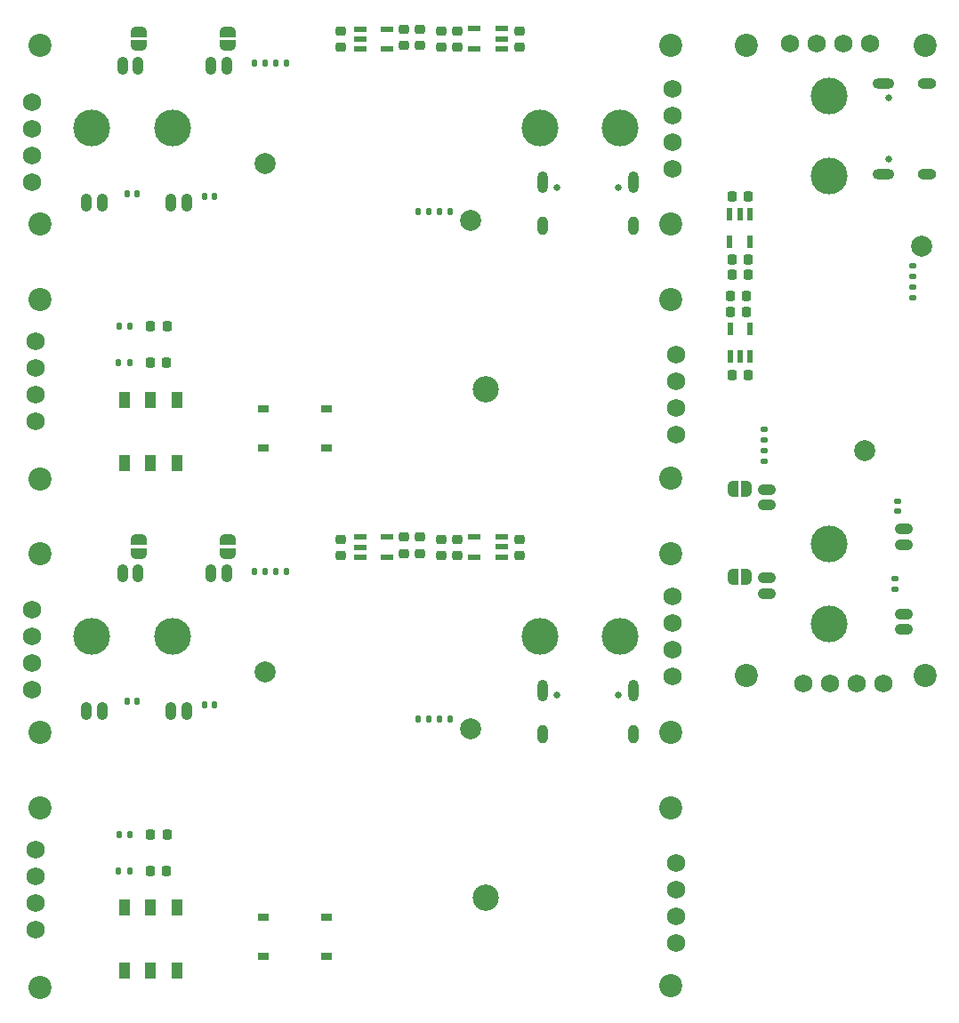
<source format=gbr>
%TF.GenerationSoftware,KiCad,Pcbnew,8.0.2*%
%TF.CreationDate,2024-05-13T13:54:01+09:00*%
%TF.ProjectId,ikafly_rev1a_p,696b6166-6c79-45f7-9265-7631615f702e,rev?*%
%TF.SameCoordinates,Original*%
%TF.FileFunction,Soldermask,Bot*%
%TF.FilePolarity,Negative*%
%FSLAX46Y46*%
G04 Gerber Fmt 4.6, Leading zero omitted, Abs format (unit mm)*
G04 Created by KiCad (PCBNEW 8.0.2) date 2024-05-13 13:54:01*
%MOMM*%
%LPD*%
G01*
G04 APERTURE LIST*
G04 Aperture macros list*
%AMRoundRect*
0 Rectangle with rounded corners*
0 $1 Rounding radius*
0 $2 $3 $4 $5 $6 $7 $8 $9 X,Y pos of 4 corners*
0 Add a 4 corners polygon primitive as box body*
4,1,4,$2,$3,$4,$5,$6,$7,$8,$9,$2,$3,0*
0 Add four circle primitives for the rounded corners*
1,1,$1+$1,$2,$3*
1,1,$1+$1,$4,$5*
1,1,$1+$1,$6,$7*
1,1,$1+$1,$8,$9*
0 Add four rect primitives between the rounded corners*
20,1,$1+$1,$2,$3,$4,$5,0*
20,1,$1+$1,$4,$5,$6,$7,0*
20,1,$1+$1,$6,$7,$8,$9,0*
20,1,$1+$1,$8,$9,$2,$3,0*%
%AMFreePoly0*
4,1,19,0.500000,-0.750000,0.000000,-0.750000,0.000000,-0.744911,-0.071157,-0.744911,-0.207708,-0.704816,-0.327430,-0.627875,-0.420627,-0.520320,-0.479746,-0.390866,-0.500000,-0.250000,-0.500000,0.250000,-0.479746,0.390866,-0.420627,0.520320,-0.327430,0.627875,-0.207708,0.704816,-0.071157,0.744911,0.000000,0.744911,0.000000,0.750000,0.500000,0.750000,0.500000,-0.750000,0.500000,-0.750000,
$1*%
%AMFreePoly1*
4,1,19,0.000000,0.744911,0.071157,0.744911,0.207708,0.704816,0.327430,0.627875,0.420627,0.520320,0.479746,0.390866,0.500000,0.250000,0.500000,-0.250000,0.479746,-0.390866,0.420627,-0.520320,0.327430,-0.627875,0.207708,-0.704816,0.071157,-0.744911,0.000000,-0.744911,0.000000,-0.750000,-0.500000,-0.750000,-0.500000,0.750000,0.000000,0.750000,0.000000,0.744911,0.000000,0.744911,
$1*%
G04 Aperture macros list end*
%ADD10C,2.000000*%
%ADD11C,2.200000*%
%ADD12O,1.730000X1.030000*%
%ADD13C,1.750000*%
%ADD14C,0.650000*%
%ADD15O,2.100000X1.000000*%
%ADD16O,1.800000X1.000000*%
%ADD17RoundRect,0.225000X0.225000X0.250000X-0.225000X0.250000X-0.225000X-0.250000X0.225000X-0.250000X0*%
%ADD18FreePoly0,0.000000*%
%ADD19FreePoly1,0.000000*%
%ADD20R,0.600000X1.200000*%
%ADD21RoundRect,0.135000X0.185000X-0.135000X0.185000X0.135000X-0.185000X0.135000X-0.185000X-0.135000X0*%
%ADD22RoundRect,0.135000X-0.185000X0.135000X-0.185000X-0.135000X0.185000X-0.135000X0.185000X0.135000X0*%
%ADD23C,3.500000*%
%ADD24RoundRect,0.225000X-0.225000X-0.250000X0.225000X-0.250000X0.225000X0.250000X-0.225000X0.250000X0*%
%ADD25RoundRect,0.140000X0.170000X-0.140000X0.170000X0.140000X-0.170000X0.140000X-0.170000X-0.140000X0*%
%ADD26O,1.030000X1.730000*%
%ADD27O,1.000000X2.100000*%
%ADD28O,1.000000X1.800000*%
%ADD29RoundRect,0.225000X0.250000X-0.225000X0.250000X0.225000X-0.250000X0.225000X-0.250000X-0.225000X0*%
%ADD30FreePoly0,270.000000*%
%ADD31FreePoly1,270.000000*%
%ADD32R,1.200000X0.600000*%
%ADD33RoundRect,0.135000X-0.135000X-0.185000X0.135000X-0.185000X0.135000X0.185000X-0.135000X0.185000X0*%
%ADD34RoundRect,0.135000X0.135000X0.185000X-0.135000X0.185000X-0.135000X-0.185000X0.135000X-0.185000X0*%
%ADD35RoundRect,0.225000X-0.250000X0.225000X-0.250000X-0.225000X0.250000X-0.225000X0.250000X0.225000X0*%
%ADD36R,1.000000X1.500000*%
%ADD37RoundRect,0.140000X-0.140000X-0.170000X0.140000X-0.170000X0.140000X0.170000X-0.140000X0.170000X0*%
%ADD38RoundRect,0.218750X0.218750X0.256250X-0.218750X0.256250X-0.218750X-0.256250X0.218750X-0.256250X0*%
%ADD39C,2.500000*%
%ADD40R,1.000000X0.750000*%
G04 APERTURE END LIST*
D10*
%TO.C,AE2*%
X157250000Y-80970000D03*
%TD*%
%TO.C,AE3*%
X162700000Y-61470000D03*
%TD*%
D11*
%TO.C,H2*%
X163000000Y-102370000D03*
%TD*%
D12*
%TO.C,J1*%
X161000000Y-96522500D03*
X161000000Y-98022500D03*
%TD*%
D13*
%TO.C,J5*%
X151365000Y-103170000D03*
X153905000Y-103170000D03*
X156445000Y-103170000D03*
X158985000Y-103170000D03*
X150095000Y-42170000D03*
X152635000Y-42170000D03*
X155175000Y-42170000D03*
X157715000Y-42170000D03*
%TD*%
D14*
%TO.C,J6*%
X159520000Y-53180000D03*
X159520000Y-47400000D03*
D15*
X159020000Y-54610000D03*
D16*
X163200000Y-54610000D03*
D15*
X159020000Y-45970000D03*
D16*
X163200000Y-45970000D03*
%TD*%
D12*
%TO.C,J3*%
X147900000Y-94570000D03*
X147900000Y-93070000D03*
%TD*%
D11*
%TO.C,H1*%
X146000000Y-102370000D03*
%TD*%
%TO.C,H4*%
X163000000Y-42370000D03*
%TD*%
%TO.C,H3*%
X146000000Y-42370000D03*
%TD*%
D17*
%TO.C,C20*%
X146000000Y-67770000D03*
X144450000Y-67770000D03*
%TD*%
D18*
%TO.C,JP1*%
X144700000Y-84570000D03*
D19*
X146000000Y-84570000D03*
%TD*%
D20*
%TO.C,IC6*%
X146350000Y-71970000D03*
X145400000Y-71970000D03*
X144450000Y-71970000D03*
X144450000Y-69370000D03*
X146350000Y-69370000D03*
%TD*%
D21*
%TO.C,R17*%
X161800000Y-64390000D03*
X161800000Y-63370000D03*
%TD*%
D12*
%TO.C,J2*%
X161000000Y-88452500D03*
X161000000Y-89952500D03*
%TD*%
D18*
%TO.C,JP2*%
X144700000Y-93020000D03*
D19*
X146000000Y-93020000D03*
%TD*%
D22*
%TO.C,R18*%
X161800000Y-65370000D03*
X161800000Y-66390000D03*
%TD*%
D17*
%TO.C,C22*%
X146000000Y-66270000D03*
X144450000Y-66270000D03*
%TD*%
D23*
%TO.C,BT1*%
X153900000Y-97470000D03*
X153900000Y-89820000D03*
X153900000Y-54820000D03*
X153900000Y-47170000D03*
%TD*%
D24*
%TO.C,C17*%
X144645000Y-73770000D03*
X146195000Y-73770000D03*
%TD*%
%TO.C,C21*%
X144625000Y-64230000D03*
X146175000Y-64230000D03*
%TD*%
D25*
%TO.C,C47*%
X160400000Y-86750000D03*
X160400000Y-85790000D03*
%TD*%
D20*
%TO.C,IC5*%
X144415000Y-58480000D03*
X145365000Y-58480000D03*
X146315000Y-58480000D03*
X146315000Y-61080000D03*
X144415000Y-61080000D03*
%TD*%
D25*
%TO.C,C45*%
X160100000Y-94150000D03*
X160100000Y-93190000D03*
%TD*%
D24*
%TO.C,C18*%
X144625000Y-56770000D03*
X146175000Y-56770000D03*
%TD*%
D21*
%TO.C,R7*%
X147700000Y-79970000D03*
X147700000Y-78950000D03*
%TD*%
%TO.C,R6*%
X147700000Y-81980000D03*
X147700000Y-80960000D03*
%TD*%
D24*
%TO.C,C19*%
X144625000Y-62730000D03*
X146175000Y-62730000D03*
%TD*%
D12*
%TO.C,J4*%
X147900000Y-86157500D03*
X147900000Y-84657500D03*
%TD*%
D10*
%TO.C,AE2*%
X100200000Y-102025000D03*
%TD*%
%TO.C,AE3*%
X119700000Y-107475000D03*
%TD*%
D11*
%TO.C,H2*%
X78800000Y-107775000D03*
%TD*%
%TO.C,H5*%
X78800000Y-114975000D03*
%TD*%
D26*
%TO.C,J1*%
X84647500Y-105775000D03*
X83147500Y-105775000D03*
%TD*%
D13*
%TO.C,J5*%
X78000000Y-96140000D03*
X78000000Y-98680000D03*
X78000000Y-101220000D03*
X78000000Y-103760000D03*
X139000000Y-94870000D03*
X139000000Y-97410000D03*
X139000000Y-99950000D03*
X139000000Y-102490000D03*
%TD*%
D14*
%TO.C,J6*%
X127990000Y-104295000D03*
X133770000Y-104295000D03*
D27*
X126560000Y-103795000D03*
D28*
X126560000Y-107975000D03*
D27*
X135200000Y-103795000D03*
D28*
X135200000Y-107975000D03*
%TD*%
D26*
%TO.C,J3*%
X86600000Y-92675000D03*
X88100000Y-92675000D03*
%TD*%
D11*
%TO.C,H1*%
X78800000Y-90775000D03*
%TD*%
%TO.C,H4*%
X138800000Y-107775000D03*
%TD*%
%TO.C,H3*%
X138800000Y-90775000D03*
%TD*%
D29*
%TO.C,C20*%
X113400000Y-90775000D03*
X113400000Y-89225000D03*
%TD*%
D30*
%TO.C,JP1*%
X96600000Y-89475000D03*
D31*
X96600000Y-90775000D03*
%TD*%
D32*
%TO.C,IC6*%
X109200000Y-91125000D03*
X109200000Y-90175000D03*
X109200000Y-89225000D03*
X111800000Y-89225000D03*
X111800000Y-91125000D03*
%TD*%
D33*
%TO.C,R17*%
X116780000Y-106575000D03*
X117800000Y-106575000D03*
%TD*%
D26*
%TO.C,J2*%
X92717500Y-105775000D03*
X91217500Y-105775000D03*
%TD*%
D30*
%TO.C,JP2*%
X88150000Y-89475000D03*
D31*
X88150000Y-90775000D03*
%TD*%
D34*
%TO.C,R18*%
X115800000Y-106575000D03*
X114780000Y-106575000D03*
%TD*%
D11*
%TO.C,H7*%
X138800000Y-131975000D03*
%TD*%
D29*
%TO.C,C22*%
X114900000Y-90775000D03*
X114900000Y-89225000D03*
%TD*%
D23*
%TO.C,BT1*%
X83700000Y-98675000D03*
X91350000Y-98675000D03*
X126350000Y-98675000D03*
X134000000Y-98675000D03*
%TD*%
D35*
%TO.C,C17*%
X107400000Y-89420000D03*
X107400000Y-90970000D03*
%TD*%
D36*
%TO.C,S2*%
X91800000Y-130525000D03*
X89300000Y-130525000D03*
X86800000Y-130525000D03*
X86800000Y-124525000D03*
X89300000Y-124525000D03*
X91800000Y-124525000D03*
%TD*%
D35*
%TO.C,C21*%
X116940000Y-89400000D03*
X116940000Y-90950000D03*
%TD*%
D37*
%TO.C,C47*%
X94420000Y-105175000D03*
X95380000Y-105175000D03*
%TD*%
D32*
%TO.C,IC5*%
X122690000Y-89190000D03*
X122690000Y-90140000D03*
X122690000Y-91090000D03*
X120090000Y-91090000D03*
X120090000Y-89190000D03*
%TD*%
D38*
%TO.C,D1*%
X90800000Y-121025000D03*
X89225000Y-121025000D03*
%TD*%
%TO.C,D2*%
X90875000Y-117525000D03*
X89300000Y-117525000D03*
%TD*%
D37*
%TO.C,C45*%
X87020000Y-104875000D03*
X87980000Y-104875000D03*
%TD*%
D35*
%TO.C,C18*%
X124400000Y-89400000D03*
X124400000Y-90950000D03*
%TD*%
D13*
%TO.C,J7*%
X139300000Y-120245000D03*
X139300000Y-122785000D03*
X139300000Y-125325000D03*
X139300000Y-127865000D03*
X78300000Y-118975000D03*
X78300000Y-121515000D03*
X78300000Y-124055000D03*
X78300000Y-126595000D03*
%TD*%
D33*
%TO.C,R7*%
X101200000Y-92475000D03*
X102220000Y-92475000D03*
%TD*%
%TO.C,R6*%
X99190000Y-92475000D03*
X100210000Y-92475000D03*
%TD*%
D35*
%TO.C,C19*%
X118440000Y-89400000D03*
X118440000Y-90950000D03*
%TD*%
D26*
%TO.C,J4*%
X95012500Y-92675000D03*
X96512500Y-92675000D03*
%TD*%
D33*
%TO.C,R14*%
X86327500Y-117525000D03*
X87347500Y-117525000D03*
%TD*%
%TO.C,R13*%
X86252500Y-121025000D03*
X87272500Y-121025000D03*
%TD*%
D39*
%TO.C,AE1*%
X121150000Y-123555000D03*
%TD*%
D11*
%TO.C,H8*%
X138800000Y-114975000D03*
%TD*%
D40*
%TO.C,S1*%
X106050000Y-125400000D03*
X100050000Y-125400000D03*
X106050000Y-129150000D03*
X100050000Y-129150000D03*
%TD*%
D11*
%TO.C,H6*%
X78800000Y-132075000D03*
%TD*%
%TO.C,H7*%
X138800000Y-83575000D03*
%TD*%
D26*
%TO.C,J1*%
X84647500Y-57375000D03*
X83147500Y-57375000D03*
%TD*%
D11*
%TO.C,H1*%
X78800000Y-42375000D03*
%TD*%
D26*
%TO.C,J3*%
X86600000Y-44275000D03*
X88100000Y-44275000D03*
%TD*%
D14*
%TO.C,J6*%
X127990000Y-55895000D03*
X133770000Y-55895000D03*
D27*
X126560000Y-55395000D03*
D28*
X126560000Y-59575000D03*
D27*
X135200000Y-55395000D03*
D28*
X135200000Y-59575000D03*
%TD*%
D13*
%TO.C,J5*%
X78000000Y-47740000D03*
X78000000Y-50280000D03*
X78000000Y-52820000D03*
X78000000Y-55360000D03*
X139000000Y-46470000D03*
X139000000Y-49010000D03*
X139000000Y-51550000D03*
X139000000Y-54090000D03*
%TD*%
D11*
%TO.C,H8*%
X138800000Y-66575000D03*
%TD*%
D26*
%TO.C,J4*%
X95012500Y-44275000D03*
X96512500Y-44275000D03*
%TD*%
D39*
%TO.C,AE1*%
X121150000Y-75155000D03*
%TD*%
D33*
%TO.C,R13*%
X86252500Y-72625000D03*
X87272500Y-72625000D03*
%TD*%
%TO.C,R14*%
X86327500Y-69125000D03*
X87347500Y-69125000D03*
%TD*%
D40*
%TO.C,S1*%
X106050000Y-77000000D03*
X100050000Y-77000000D03*
X106050000Y-80750000D03*
X100050000Y-80750000D03*
%TD*%
D35*
%TO.C,C19*%
X118440000Y-41000000D03*
X118440000Y-42550000D03*
%TD*%
D11*
%TO.C,H6*%
X78800000Y-83675000D03*
%TD*%
D32*
%TO.C,IC5*%
X122690000Y-40790000D03*
X122690000Y-41740000D03*
X122690000Y-42690000D03*
X120090000Y-42690000D03*
X120090000Y-40790000D03*
%TD*%
D33*
%TO.C,R7*%
X101200000Y-44075000D03*
X102220000Y-44075000D03*
%TD*%
D29*
%TO.C,C22*%
X114900000Y-42375000D03*
X114900000Y-40825000D03*
%TD*%
D33*
%TO.C,R6*%
X99190000Y-44075000D03*
X100210000Y-44075000D03*
%TD*%
D38*
%TO.C,D2*%
X90875000Y-69125000D03*
X89300000Y-69125000D03*
%TD*%
D35*
%TO.C,C17*%
X107400000Y-41020000D03*
X107400000Y-42570000D03*
%TD*%
D37*
%TO.C,C47*%
X94420000Y-56775000D03*
X95380000Y-56775000D03*
%TD*%
D13*
%TO.C,J7*%
X139300000Y-71845000D03*
X139300000Y-74385000D03*
X139300000Y-76925000D03*
X139300000Y-79465000D03*
X78300000Y-70575000D03*
X78300000Y-73115000D03*
X78300000Y-75655000D03*
X78300000Y-78195000D03*
%TD*%
D36*
%TO.C,S2*%
X91800000Y-82125000D03*
X89300000Y-82125000D03*
X86800000Y-82125000D03*
X86800000Y-76125000D03*
X89300000Y-76125000D03*
X91800000Y-76125000D03*
%TD*%
D35*
%TO.C,C18*%
X124400000Y-41000000D03*
X124400000Y-42550000D03*
%TD*%
%TO.C,C21*%
X116940000Y-41000000D03*
X116940000Y-42550000D03*
%TD*%
D37*
%TO.C,C45*%
X87020000Y-56475000D03*
X87980000Y-56475000D03*
%TD*%
D38*
%TO.C,D1*%
X90800000Y-72625000D03*
X89225000Y-72625000D03*
%TD*%
D23*
%TO.C,BT1*%
X83700000Y-50275000D03*
X91350000Y-50275000D03*
X126350000Y-50275000D03*
X134000000Y-50275000D03*
%TD*%
D30*
%TO.C,JP1*%
X96600000Y-41075000D03*
D31*
X96600000Y-42375000D03*
%TD*%
D33*
%TO.C,R17*%
X116780000Y-58175000D03*
X117800000Y-58175000D03*
%TD*%
D34*
%TO.C,R18*%
X115800000Y-58175000D03*
X114780000Y-58175000D03*
%TD*%
D32*
%TO.C,IC6*%
X109200000Y-42725000D03*
X109200000Y-41775000D03*
X109200000Y-40825000D03*
X111800000Y-40825000D03*
X111800000Y-42725000D03*
%TD*%
D29*
%TO.C,C20*%
X113400000Y-42375000D03*
X113400000Y-40825000D03*
%TD*%
D30*
%TO.C,JP2*%
X88150000Y-41075000D03*
D31*
X88150000Y-42375000D03*
%TD*%
D26*
%TO.C,J2*%
X92717500Y-57375000D03*
X91217500Y-57375000D03*
%TD*%
D11*
%TO.C,H4*%
X138800000Y-59375000D03*
%TD*%
%TO.C,H3*%
X138800000Y-42375000D03*
%TD*%
%TO.C,H5*%
X78800000Y-66575000D03*
%TD*%
%TO.C,H2*%
X78800000Y-59375000D03*
%TD*%
D10*
%TO.C,AE3*%
X119700000Y-59075000D03*
%TD*%
%TO.C,AE2*%
X100200000Y-53625000D03*
%TD*%
M02*

</source>
